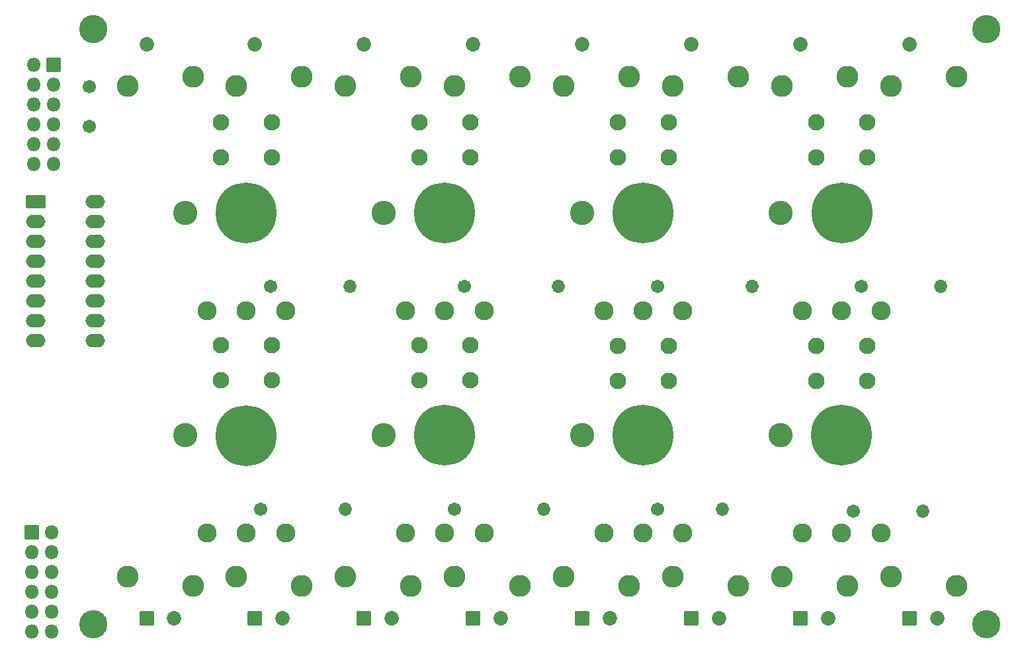
<source format=gbr>
G04 #@! TF.GenerationSoftware,KiCad,Pcbnew,6.0.8-f2edbf62ab~116~ubuntu20.04.1*
G04 #@! TF.CreationDate,2022-11-15T13:28:35+01:00*
G04 #@! TF.ProjectId,controllerBoard,636f6e74-726f-46c6-9c65-72426f617264,3*
G04 #@! TF.SameCoordinates,Original*
G04 #@! TF.FileFunction,Soldermask,Bot*
G04 #@! TF.FilePolarity,Negative*
%FSLAX46Y46*%
G04 Gerber Fmt 4.6, Leading zero omitted, Abs format (unit mm)*
G04 Created by KiCad (PCBNEW 6.0.8-f2edbf62ab~116~ubuntu20.04.1) date 2022-11-15 13:28:35*
%MOMM*%
%LPD*%
G01*
G04 APERTURE LIST*
G04 Aperture macros list*
%AMRoundRect*
0 Rectangle with rounded corners*
0 $1 Rounding radius*
0 $2 $3 $4 $5 $6 $7 $8 $9 X,Y pos of 4 corners*
0 Add a 4 corners polygon primitive as box body*
4,1,4,$2,$3,$4,$5,$6,$7,$8,$9,$2,$3,0*
0 Add four circle primitives for the rounded corners*
1,1,$1+$1,$2,$3*
1,1,$1+$1,$4,$5*
1,1,$1+$1,$6,$7*
1,1,$1+$1,$8,$9*
0 Add four rect primitives between the rounded corners*
20,1,$1+$1,$2,$3,$4,$5,0*
20,1,$1+$1,$4,$5,$6,$7,0*
20,1,$1+$1,$6,$7,$8,$9,0*
20,1,$1+$1,$8,$9,$2,$3,0*%
G04 Aperture macros list end*
%ADD10C,3.102000*%
%ADD11C,3.602000*%
%ADD12C,7.802000*%
%ADD13O,1.702000X1.702000*%
%ADD14C,1.702000*%
%ADD15C,2.442000*%
%ADD16RoundRect,0.051000X0.875000X-0.875000X0.875000X0.875000X-0.875000X0.875000X-0.875000X-0.875000X0*%
%ADD17C,1.852000*%
%ADD18C,2.802000*%
%ADD19C,2.102000*%
%ADD20RoundRect,0.051000X-0.850000X-0.850000X0.850000X-0.850000X0.850000X0.850000X-0.850000X0.850000X0*%
%ADD21O,1.802000X1.802000*%
%ADD22RoundRect,0.051000X-1.200000X-0.800000X1.200000X-0.800000X1.200000X0.800000X-1.200000X0.800000X0*%
%ADD23O,2.502000X1.702000*%
G04 APERTURE END LIST*
D10*
X65887600Y-44602400D03*
X65887600Y-73050400D03*
X91287600Y-73050400D03*
X91287600Y-44602400D03*
X116687600Y-44602400D03*
X142087600Y-44602400D03*
X142087600Y-73050400D03*
X116738400Y-73050400D03*
D11*
X54102000Y-21082000D03*
X54102000Y-97282000D03*
X168402000Y-97282000D03*
X168402000Y-21082000D03*
D12*
X73710800Y-44577000D03*
X99123500Y-44577000D03*
X124510800Y-44602400D03*
X149961600Y-44602400D03*
X73660000Y-73101200D03*
X99060000Y-73050400D03*
X124460000Y-73050400D03*
X149860000Y-73050400D03*
D13*
X86995000Y-53975000D03*
D14*
X76835000Y-53975000D03*
D13*
X113665000Y-53975000D03*
D14*
X101600000Y-53975000D03*
D13*
X138430000Y-53975000D03*
D14*
X126365000Y-53975000D03*
D13*
X162560000Y-53975000D03*
D14*
X152400000Y-53975000D03*
D15*
X78740000Y-57150000D03*
X73740000Y-57150000D03*
X68740000Y-57150000D03*
X104140000Y-85598000D03*
X99140000Y-85598000D03*
X94140000Y-85598000D03*
X129540000Y-57150000D03*
X124540000Y-57150000D03*
X119540000Y-57150000D03*
X129540000Y-85598000D03*
X124540000Y-85598000D03*
X119540000Y-85598000D03*
X154940000Y-85598000D03*
X149940000Y-85598000D03*
X144940000Y-85598000D03*
D14*
X75565000Y-82550000D03*
D13*
X86360000Y-82550000D03*
D14*
X126365000Y-82550000D03*
D13*
X134620000Y-82550000D03*
D16*
X116750000Y-96520000D03*
D17*
X120250000Y-96520000D03*
X116750000Y-23020000D03*
D18*
X114300000Y-91170000D03*
X114300000Y-28370000D03*
X122700000Y-27170000D03*
X122700000Y-92370000D03*
D16*
X130720000Y-96520000D03*
D17*
X134220000Y-96520000D03*
X130720000Y-23020000D03*
D18*
X128270000Y-28370000D03*
X136670000Y-27170000D03*
X128270000Y-91170000D03*
X136670000Y-92370000D03*
D16*
X144690000Y-96520000D03*
D17*
X148190000Y-96520000D03*
X144690000Y-23020000D03*
D18*
X150640000Y-27170000D03*
X142240000Y-28370000D03*
X150640000Y-92370000D03*
X142240000Y-91170000D03*
D19*
X95862000Y-61540000D03*
X102362000Y-61540000D03*
X95862000Y-66040000D03*
X102362000Y-66040000D03*
X121285000Y-61595000D03*
X127785000Y-61595000D03*
X127785000Y-66095000D03*
X121285000Y-66095000D03*
X153162000Y-61595000D03*
X146662000Y-61595000D03*
X153162000Y-66095000D03*
X146662000Y-66095000D03*
X121262000Y-33020000D03*
X127762000Y-33020000D03*
X121262000Y-37520000D03*
X127762000Y-37520000D03*
D15*
X154940000Y-57150000D03*
X149940000Y-57150000D03*
X144940000Y-57150000D03*
D20*
X49022000Y-25654000D03*
D21*
X46482000Y-25654000D03*
X49022000Y-28194000D03*
X46482000Y-28194000D03*
X49022000Y-30734000D03*
X46482000Y-30734000D03*
X49022000Y-33274000D03*
X46482000Y-33274000D03*
X49022000Y-35814000D03*
X46482000Y-35814000D03*
X49022000Y-38354000D03*
X46482000Y-38354000D03*
D20*
X46228000Y-85471000D03*
D21*
X48768000Y-85471000D03*
X46228000Y-88011000D03*
X48768000Y-88011000D03*
X46228000Y-90551000D03*
X48768000Y-90551000D03*
X46228000Y-93091000D03*
X48768000Y-93091000D03*
X46228000Y-95631000D03*
X48768000Y-95631000D03*
X46228000Y-98171000D03*
X48768000Y-98171000D03*
D19*
X70462000Y-33020000D03*
X76962000Y-33020000D03*
X70462000Y-37520000D03*
X76962000Y-37520000D03*
X76962000Y-61540000D03*
X70462000Y-61540000D03*
X76962000Y-66040000D03*
X70462000Y-66040000D03*
X95862000Y-33020000D03*
X102362000Y-33020000D03*
X95862000Y-37520000D03*
X102362000Y-37520000D03*
X146662000Y-33020000D03*
X153162000Y-33020000D03*
X153162000Y-37520000D03*
X146662000Y-37520000D03*
D14*
X53594000Y-33528000D03*
X53594000Y-28448000D03*
D16*
X60960000Y-96520000D03*
D17*
X64460000Y-96520000D03*
X60960000Y-23020000D03*
D18*
X66910000Y-27170000D03*
X66910000Y-92370000D03*
X58510000Y-28370000D03*
X58510000Y-91170000D03*
D15*
X104140000Y-57150000D03*
X99140000Y-57150000D03*
X94140000Y-57150000D03*
X78740000Y-85598000D03*
X73740000Y-85598000D03*
X68740000Y-85598000D03*
D16*
X158660000Y-96520000D03*
D17*
X162160000Y-96520000D03*
X158660000Y-23020000D03*
D18*
X156210000Y-91170000D03*
X164610000Y-27170000D03*
X156210000Y-28370000D03*
X164610000Y-92370000D03*
D16*
X88810000Y-96520000D03*
D17*
X92310000Y-96520000D03*
X88810000Y-23020000D03*
D18*
X86360000Y-28370000D03*
X94760000Y-27170000D03*
X86360000Y-91170000D03*
X94760000Y-92370000D03*
D14*
X151384000Y-82804000D03*
D13*
X160274000Y-82804000D03*
D14*
X100330000Y-82550000D03*
D13*
X111760000Y-82550000D03*
D16*
X102780000Y-96520000D03*
D17*
X106280000Y-96520000D03*
X102780000Y-23020000D03*
D18*
X108730000Y-92370000D03*
X100330000Y-28370000D03*
X108730000Y-27170000D03*
X100330000Y-91170000D03*
D22*
X46736000Y-43180000D03*
D23*
X46736000Y-45720000D03*
X46736000Y-48260000D03*
X46736000Y-50800000D03*
X46736000Y-53340000D03*
X46736000Y-55880000D03*
X46736000Y-58420000D03*
X46736000Y-60960000D03*
X54356000Y-60960000D03*
X54356000Y-58420000D03*
X54356000Y-55880000D03*
X54356000Y-53340000D03*
X54356000Y-50800000D03*
X54356000Y-48260000D03*
X54356000Y-45720000D03*
X54356000Y-43180000D03*
D16*
X74840000Y-96520000D03*
D17*
X78340000Y-96520000D03*
X74840000Y-23020000D03*
D18*
X72390000Y-28370000D03*
X80790000Y-27170000D03*
X72390000Y-91170000D03*
X80790000Y-92370000D03*
M02*

</source>
